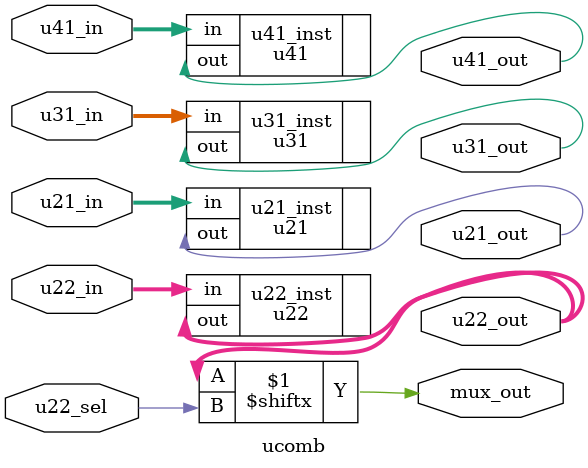
<source format=v>

`default_nettype none

module ucomb (
    input [3:0] u21_in,
    input [5:0] u31_in,
    input [9:0] u41_in,
    input [5:0] u22_in,
    input u22_sel,
    output u21_out,
    output u31_out,
    output u41_out,
    output [1:0] u22_out,
    output mux_out
);

u21 u21_inst (
    .in(u21_in),
    .out(u21_out)
);

u31 u31_inst (
    .in(u31_in),
    .out(u31_out)
);

u41 u41_inst (
    .in(u41_in),
    .out(u41_out)
);

u22 u22_inst (
    .in(u22_in),
    .out(u22_out)
);

assign mux_out = u22_out[u22_sel];

endmodule


</source>
